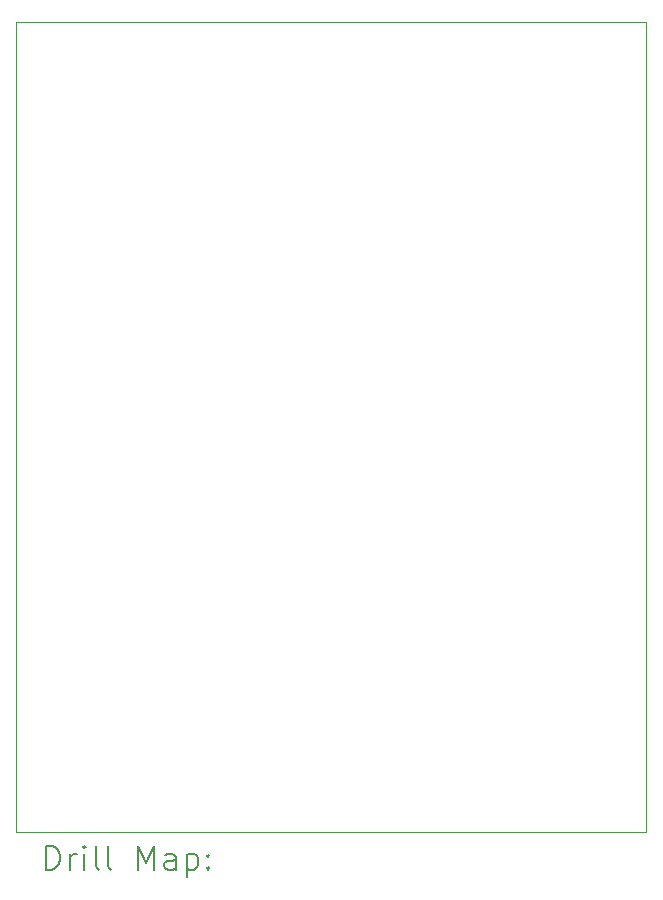
<source format=gbr>
%TF.GenerationSoftware,KiCad,Pcbnew,6.0.11-3.fc36*%
%TF.CreationDate,2023-04-04T19:11:32+09:00*%
%TF.ProjectId,Tetiduino,54657469-6475-4696-9e6f-2e6b69636164,rev?*%
%TF.SameCoordinates,Original*%
%TF.FileFunction,Drillmap*%
%TF.FilePolarity,Positive*%
%FSLAX45Y45*%
G04 Gerber Fmt 4.5, Leading zero omitted, Abs format (unit mm)*
G04 Created by KiCad (PCBNEW 6.0.11-3.fc36) date 2023-04-04 19:11:32*
%MOMM*%
%LPD*%
G01*
G04 APERTURE LIST*
%ADD10C,0.100000*%
%ADD11C,0.200000*%
G04 APERTURE END LIST*
D10*
X17526000Y-7175500D02*
X12192000Y-7175500D01*
X12192000Y-7175500D02*
X12192000Y-14033500D01*
X12192000Y-14033500D02*
X17526000Y-14033500D01*
X17526000Y-14033500D02*
X17526000Y-7175500D01*
D11*
X12444619Y-14348976D02*
X12444619Y-14148976D01*
X12492238Y-14148976D01*
X12520809Y-14158500D01*
X12539857Y-14177548D01*
X12549381Y-14196595D01*
X12558905Y-14234690D01*
X12558905Y-14263262D01*
X12549381Y-14301357D01*
X12539857Y-14320405D01*
X12520809Y-14339452D01*
X12492238Y-14348976D01*
X12444619Y-14348976D01*
X12644619Y-14348976D02*
X12644619Y-14215643D01*
X12644619Y-14253738D02*
X12654143Y-14234690D01*
X12663667Y-14225167D01*
X12682714Y-14215643D01*
X12701762Y-14215643D01*
X12768428Y-14348976D02*
X12768428Y-14215643D01*
X12768428Y-14148976D02*
X12758905Y-14158500D01*
X12768428Y-14168024D01*
X12777952Y-14158500D01*
X12768428Y-14148976D01*
X12768428Y-14168024D01*
X12892238Y-14348976D02*
X12873190Y-14339452D01*
X12863667Y-14320405D01*
X12863667Y-14148976D01*
X12997000Y-14348976D02*
X12977952Y-14339452D01*
X12968428Y-14320405D01*
X12968428Y-14148976D01*
X13225571Y-14348976D02*
X13225571Y-14148976D01*
X13292238Y-14291833D01*
X13358905Y-14148976D01*
X13358905Y-14348976D01*
X13539857Y-14348976D02*
X13539857Y-14244214D01*
X13530333Y-14225167D01*
X13511286Y-14215643D01*
X13473190Y-14215643D01*
X13454143Y-14225167D01*
X13539857Y-14339452D02*
X13520809Y-14348976D01*
X13473190Y-14348976D01*
X13454143Y-14339452D01*
X13444619Y-14320405D01*
X13444619Y-14301357D01*
X13454143Y-14282309D01*
X13473190Y-14272786D01*
X13520809Y-14272786D01*
X13539857Y-14263262D01*
X13635095Y-14215643D02*
X13635095Y-14415643D01*
X13635095Y-14225167D02*
X13654143Y-14215643D01*
X13692238Y-14215643D01*
X13711286Y-14225167D01*
X13720809Y-14234690D01*
X13730333Y-14253738D01*
X13730333Y-14310881D01*
X13720809Y-14329928D01*
X13711286Y-14339452D01*
X13692238Y-14348976D01*
X13654143Y-14348976D01*
X13635095Y-14339452D01*
X13816048Y-14329928D02*
X13825571Y-14339452D01*
X13816048Y-14348976D01*
X13806524Y-14339452D01*
X13816048Y-14329928D01*
X13816048Y-14348976D01*
X13816048Y-14225167D02*
X13825571Y-14234690D01*
X13816048Y-14244214D01*
X13806524Y-14234690D01*
X13816048Y-14225167D01*
X13816048Y-14244214D01*
M02*

</source>
